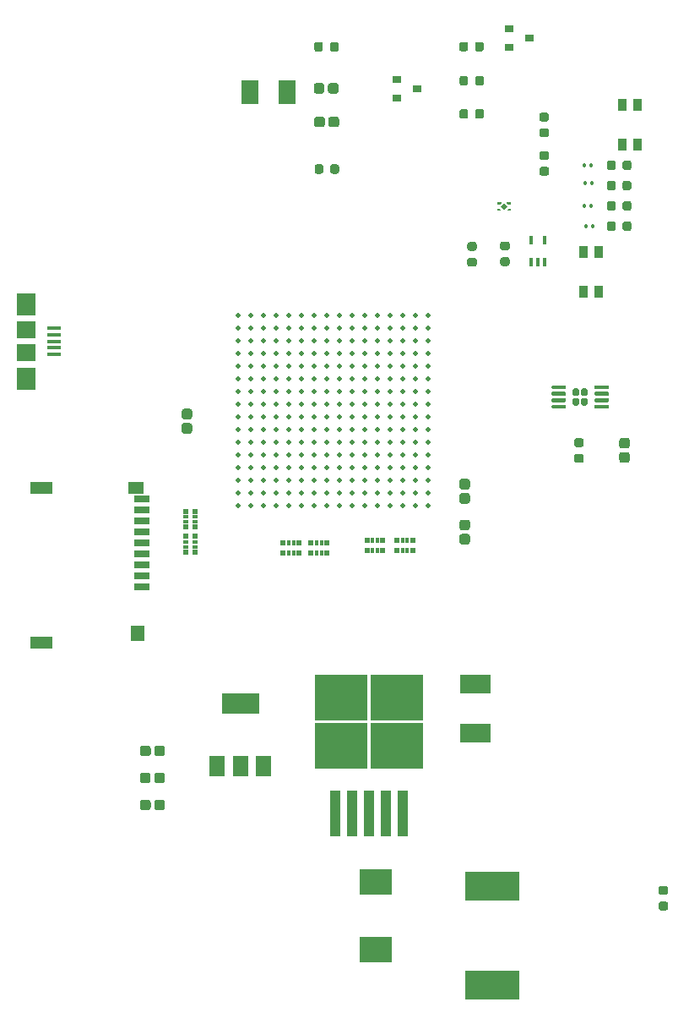
<source format=gbr>
%TF.GenerationSoftware,KiCad,Pcbnew,5.1.6-c6e7f7d~86~ubuntu18.04.1*%
%TF.CreationDate,2020-08-05T21:26:21-03:00*%
%TF.ProjectId,pcbproyecto,70636270-726f-4796-9563-746f2e6b6963,rev?*%
%TF.SameCoordinates,Original*%
%TF.FileFunction,Paste,Top*%
%TF.FilePolarity,Positive*%
%FSLAX46Y46*%
G04 Gerber Fmt 4.6, Leading zero omitted, Abs format (unit mm)*
G04 Created by KiCad (PCBNEW 5.1.6-c6e7f7d~86~ubuntu18.04.1) date 2020-08-05 21:26:21*
%MOMM*%
%LPD*%
G01*
G04 APERTURE LIST*
%ADD10R,0.899160X1.198880*%
%ADD11C,0.100000*%
%ADD12R,0.398780X0.899160*%
%ADD13R,1.399540X1.597660*%
%ADD14R,2.199640X1.198880*%
%ADD15R,1.597660X1.198880*%
%ADD16R,1.597660X0.698500*%
%ADD17R,0.497840X0.497840*%
%ADD18R,0.497840X0.299720*%
%ADD19R,1.400000X0.400000*%
%ADD20R,1.900000X2.300000*%
%ADD21R,1.900000X1.800000*%
%ADD22R,0.299720X0.497840*%
%ADD23R,5.250000X4.550000*%
%ADD24R,1.100000X4.600000*%
%ADD25R,1.500000X2.000000*%
%ADD26R,3.800000X2.000000*%
%ADD27C,0.497840*%
%ADD28R,0.900000X0.800000*%
%ADD29R,1.700000X2.400000*%
%ADD30R,3.300000X2.500000*%
%ADD31R,3.150000X1.960000*%
%ADD32R,5.400000X2.900000*%
G04 APERTURE END LIST*
D10*
%TO.C,RST1*%
X73926700Y-51528980D03*
X73926700Y-47531020D03*
X75425300Y-51528980D03*
X75425300Y-47531020D03*
%TD*%
%TO.C,R16*%
G36*
G01*
X77845500Y-45214250D02*
X77845500Y-44701750D01*
G75*
G02*
X78064250Y-44483000I218750J0D01*
G01*
X78501750Y-44483000D01*
G75*
G02*
X78720500Y-44701750I0J-218750D01*
G01*
X78720500Y-45214250D01*
G75*
G02*
X78501750Y-45433000I-218750J0D01*
G01*
X78064250Y-45433000D01*
G75*
G02*
X77845500Y-45214250I0J218750D01*
G01*
G37*
G36*
G01*
X76270500Y-45214250D02*
X76270500Y-44701750D01*
G75*
G02*
X76489250Y-44483000I218750J0D01*
G01*
X76926750Y-44483000D01*
G75*
G02*
X77145500Y-44701750I0J-218750D01*
G01*
X77145500Y-45214250D01*
G75*
G02*
X76926750Y-45433000I-218750J0D01*
G01*
X76489250Y-45433000D01*
G75*
G02*
X76270500Y-45214250I0J218750D01*
G01*
G37*
%TD*%
%TO.C,R15*%
G36*
G01*
X77845500Y-43182250D02*
X77845500Y-42669750D01*
G75*
G02*
X78064250Y-42451000I218750J0D01*
G01*
X78501750Y-42451000D01*
G75*
G02*
X78720500Y-42669750I0J-218750D01*
G01*
X78720500Y-43182250D01*
G75*
G02*
X78501750Y-43401000I-218750J0D01*
G01*
X78064250Y-43401000D01*
G75*
G02*
X77845500Y-43182250I0J218750D01*
G01*
G37*
G36*
G01*
X76270500Y-43182250D02*
X76270500Y-42669750D01*
G75*
G02*
X76489250Y-42451000I218750J0D01*
G01*
X76926750Y-42451000D01*
G75*
G02*
X77145500Y-42669750I0J-218750D01*
G01*
X77145500Y-43182250D01*
G75*
G02*
X76926750Y-43401000I-218750J0D01*
G01*
X76489250Y-43401000D01*
G75*
G02*
X76270500Y-43182250I0J218750D01*
G01*
G37*
%TD*%
%TO.C,R14*%
G36*
G01*
X77820000Y-41150250D02*
X77820000Y-40637750D01*
G75*
G02*
X78038750Y-40419000I218750J0D01*
G01*
X78476250Y-40419000D01*
G75*
G02*
X78695000Y-40637750I0J-218750D01*
G01*
X78695000Y-41150250D01*
G75*
G02*
X78476250Y-41369000I-218750J0D01*
G01*
X78038750Y-41369000D01*
G75*
G02*
X77820000Y-41150250I0J218750D01*
G01*
G37*
G36*
G01*
X76245000Y-41150250D02*
X76245000Y-40637750D01*
G75*
G02*
X76463750Y-40419000I218750J0D01*
G01*
X76901250Y-40419000D01*
G75*
G02*
X77120000Y-40637750I0J-218750D01*
G01*
X77120000Y-41150250D01*
G75*
G02*
X76901250Y-41369000I-218750J0D01*
G01*
X76463750Y-41369000D01*
G75*
G02*
X76245000Y-41150250I0J218750D01*
G01*
G37*
%TD*%
%TO.C,R13*%
G36*
G01*
X77845500Y-39118250D02*
X77845500Y-38605750D01*
G75*
G02*
X78064250Y-38387000I218750J0D01*
G01*
X78501750Y-38387000D01*
G75*
G02*
X78720500Y-38605750I0J-218750D01*
G01*
X78720500Y-39118250D01*
G75*
G02*
X78501750Y-39337000I-218750J0D01*
G01*
X78064250Y-39337000D01*
G75*
G02*
X77845500Y-39118250I0J218750D01*
G01*
G37*
G36*
G01*
X76270500Y-39118250D02*
X76270500Y-38605750D01*
G75*
G02*
X76489250Y-38387000I218750J0D01*
G01*
X76926750Y-38387000D01*
G75*
G02*
X77145500Y-38605750I0J-218750D01*
G01*
X77145500Y-39118250D01*
G75*
G02*
X76926750Y-39337000I-218750J0D01*
G01*
X76489250Y-39337000D01*
G75*
G02*
X76270500Y-39118250I0J218750D01*
G01*
G37*
%TD*%
%TO.C,D5*%
G36*
G01*
X74302000Y-44857500D02*
X74302000Y-45058500D01*
G75*
G02*
X74222500Y-45138000I-79500J0D01*
G01*
X74063500Y-45138000D01*
G75*
G02*
X73984000Y-45058500I0J79500D01*
G01*
X73984000Y-44857500D01*
G75*
G02*
X74063500Y-44778000I79500J0D01*
G01*
X74222500Y-44778000D01*
G75*
G02*
X74302000Y-44857500I0J-79500D01*
G01*
G37*
G36*
G01*
X74992000Y-44857500D02*
X74992000Y-45058500D01*
G75*
G02*
X74912500Y-45138000I-79500J0D01*
G01*
X74753500Y-45138000D01*
G75*
G02*
X74674000Y-45058500I0J79500D01*
G01*
X74674000Y-44857500D01*
G75*
G02*
X74753500Y-44778000I79500J0D01*
G01*
X74912500Y-44778000D01*
G75*
G02*
X74992000Y-44857500I0J-79500D01*
G01*
G37*
%TD*%
%TO.C,D4*%
G36*
G01*
X74170000Y-42825500D02*
X74170000Y-43026500D01*
G75*
G02*
X74090500Y-43106000I-79500J0D01*
G01*
X73931500Y-43106000D01*
G75*
G02*
X73852000Y-43026500I0J79500D01*
G01*
X73852000Y-42825500D01*
G75*
G02*
X73931500Y-42746000I79500J0D01*
G01*
X74090500Y-42746000D01*
G75*
G02*
X74170000Y-42825500I0J-79500D01*
G01*
G37*
G36*
G01*
X74860000Y-42825500D02*
X74860000Y-43026500D01*
G75*
G02*
X74780500Y-43106000I-79500J0D01*
G01*
X74621500Y-43106000D01*
G75*
G02*
X74542000Y-43026500I0J79500D01*
G01*
X74542000Y-42825500D01*
G75*
G02*
X74621500Y-42746000I79500J0D01*
G01*
X74780500Y-42746000D01*
G75*
G02*
X74860000Y-42825500I0J-79500D01*
G01*
G37*
%TD*%
%TO.C,D3*%
G36*
G01*
X74236000Y-40539500D02*
X74236000Y-40740500D01*
G75*
G02*
X74156500Y-40820000I-79500J0D01*
G01*
X73997500Y-40820000D01*
G75*
G02*
X73918000Y-40740500I0J79500D01*
G01*
X73918000Y-40539500D01*
G75*
G02*
X73997500Y-40460000I79500J0D01*
G01*
X74156500Y-40460000D01*
G75*
G02*
X74236000Y-40539500I0J-79500D01*
G01*
G37*
G36*
G01*
X74926000Y-40539500D02*
X74926000Y-40740500D01*
G75*
G02*
X74846500Y-40820000I-79500J0D01*
G01*
X74687500Y-40820000D01*
G75*
G02*
X74608000Y-40740500I0J79500D01*
G01*
X74608000Y-40539500D01*
G75*
G02*
X74687500Y-40460000I79500J0D01*
G01*
X74846500Y-40460000D01*
G75*
G02*
X74926000Y-40539500I0J-79500D01*
G01*
G37*
%TD*%
%TO.C,D2*%
G36*
G01*
X74170000Y-38761500D02*
X74170000Y-38962500D01*
G75*
G02*
X74090500Y-39042000I-79500J0D01*
G01*
X73931500Y-39042000D01*
G75*
G02*
X73852000Y-38962500I0J79500D01*
G01*
X73852000Y-38761500D01*
G75*
G02*
X73931500Y-38682000I79500J0D01*
G01*
X74090500Y-38682000D01*
G75*
G02*
X74170000Y-38761500I0J-79500D01*
G01*
G37*
G36*
G01*
X74860000Y-38761500D02*
X74860000Y-38962500D01*
G75*
G02*
X74780500Y-39042000I-79500J0D01*
G01*
X74621500Y-39042000D01*
G75*
G02*
X74542000Y-38962500I0J79500D01*
G01*
X74542000Y-38761500D01*
G75*
G02*
X74621500Y-38682000I79500J0D01*
G01*
X74780500Y-38682000D01*
G75*
G02*
X74860000Y-38761500I0J-79500D01*
G01*
G37*
%TD*%
D11*
%TO.C,U7*%
G36*
X65962000Y-43315198D02*
G01*
X65643802Y-42997000D01*
X65962000Y-42678802D01*
X66280198Y-42997000D01*
X65962000Y-43315198D01*
G37*
G36*
X65712000Y-43397000D02*
G01*
X65712000Y-43427000D01*
X65312000Y-43427000D01*
X65312000Y-43217000D01*
X65532000Y-43217000D01*
X65712000Y-43397000D01*
G37*
G36*
X66612000Y-43427000D02*
G01*
X66212000Y-43427000D01*
X66212000Y-43397000D01*
X66392000Y-43217000D01*
X66612000Y-43217000D01*
X66612000Y-43427000D01*
G37*
G36*
X66612000Y-42777000D02*
G01*
X66392000Y-42777000D01*
X66212000Y-42597000D01*
X66212000Y-42567000D01*
X66612000Y-42567000D01*
X66612000Y-42777000D01*
G37*
G36*
X65712000Y-42597000D02*
G01*
X65532000Y-42777000D01*
X65312000Y-42777000D01*
X65312000Y-42567000D01*
X65712000Y-42567000D01*
X65712000Y-42597000D01*
G37*
%TD*%
%TO.C,R12*%
G36*
G01*
X66296250Y-47376500D02*
X65783750Y-47376500D01*
G75*
G02*
X65565000Y-47157750I0J218750D01*
G01*
X65565000Y-46720250D01*
G75*
G02*
X65783750Y-46501500I218750J0D01*
G01*
X66296250Y-46501500D01*
G75*
G02*
X66515000Y-46720250I0J-218750D01*
G01*
X66515000Y-47157750D01*
G75*
G02*
X66296250Y-47376500I-218750J0D01*
G01*
G37*
G36*
G01*
X66296250Y-48951500D02*
X65783750Y-48951500D01*
G75*
G02*
X65565000Y-48732750I0J218750D01*
G01*
X65565000Y-48295250D01*
G75*
G02*
X65783750Y-48076500I218750J0D01*
G01*
X66296250Y-48076500D01*
G75*
G02*
X66515000Y-48295250I0J-218750D01*
G01*
X66515000Y-48732750D01*
G75*
G02*
X66296250Y-48951500I-218750J0D01*
G01*
G37*
%TD*%
%TO.C,R11*%
G36*
G01*
X62994250Y-47427500D02*
X62481750Y-47427500D01*
G75*
G02*
X62263000Y-47208750I0J218750D01*
G01*
X62263000Y-46771250D01*
G75*
G02*
X62481750Y-46552500I218750J0D01*
G01*
X62994250Y-46552500D01*
G75*
G02*
X63213000Y-46771250I0J-218750D01*
G01*
X63213000Y-47208750D01*
G75*
G02*
X62994250Y-47427500I-218750J0D01*
G01*
G37*
G36*
G01*
X62994250Y-49002500D02*
X62481750Y-49002500D01*
G75*
G02*
X62263000Y-48783750I0J218750D01*
G01*
X62263000Y-48346250D01*
G75*
G02*
X62481750Y-48127500I218750J0D01*
G01*
X62994250Y-48127500D01*
G75*
G02*
X63213000Y-48346250I0J-218750D01*
G01*
X63213000Y-48783750D01*
G75*
G02*
X62994250Y-49002500I-218750J0D01*
G01*
G37*
%TD*%
D12*
%TO.C,IC1*%
X68694300Y-46398180D03*
X69989700Y-46398180D03*
X69989700Y-48597820D03*
X69342000Y-48597820D03*
X68694300Y-48597820D03*
%TD*%
%TO.C,U6*%
G36*
G01*
X73510000Y-61380000D02*
X73510000Y-61800000D01*
G75*
G02*
X73340000Y-61970000I-170000J0D01*
G01*
X73000000Y-61970000D01*
G75*
G02*
X72830000Y-61800000I0J170000D01*
G01*
X72830000Y-61380000D01*
G75*
G02*
X73000000Y-61210000I170000J0D01*
G01*
X73340000Y-61210000D01*
G75*
G02*
X73510000Y-61380000I0J-170000D01*
G01*
G37*
G36*
G01*
X73510000Y-62320000D02*
X73510000Y-62740000D01*
G75*
G02*
X73340000Y-62910000I-170000J0D01*
G01*
X73000000Y-62910000D01*
G75*
G02*
X72830000Y-62740000I0J170000D01*
G01*
X72830000Y-62320000D01*
G75*
G02*
X73000000Y-62150000I170000J0D01*
G01*
X73340000Y-62150000D01*
G75*
G02*
X73510000Y-62320000I0J-170000D01*
G01*
G37*
G36*
G01*
X74350000Y-61380000D02*
X74350000Y-61800000D01*
G75*
G02*
X74180000Y-61970000I-170000J0D01*
G01*
X73840000Y-61970000D01*
G75*
G02*
X73670000Y-61800000I0J170000D01*
G01*
X73670000Y-61380000D01*
G75*
G02*
X73840000Y-61210000I170000J0D01*
G01*
X74180000Y-61210000D01*
G75*
G02*
X74350000Y-61380000I0J-170000D01*
G01*
G37*
G36*
G01*
X74350000Y-62320000D02*
X74350000Y-62740000D01*
G75*
G02*
X74180000Y-62910000I-170000J0D01*
G01*
X73840000Y-62910000D01*
G75*
G02*
X73670000Y-62740000I0J170000D01*
G01*
X73670000Y-62320000D01*
G75*
G02*
X73840000Y-62150000I170000J0D01*
G01*
X74180000Y-62150000D01*
G75*
G02*
X74350000Y-62320000I0J-170000D01*
G01*
G37*
G36*
G01*
X72165000Y-62935000D02*
X72165000Y-63135000D01*
G75*
G02*
X72065000Y-63235000I-100000J0D01*
G01*
X70815000Y-63235000D01*
G75*
G02*
X70715000Y-63135000I0J100000D01*
G01*
X70715000Y-62935000D01*
G75*
G02*
X70815000Y-62835000I100000J0D01*
G01*
X72065000Y-62835000D01*
G75*
G02*
X72165000Y-62935000I0J-100000D01*
G01*
G37*
G36*
G01*
X72165000Y-62285000D02*
X72165000Y-62485000D01*
G75*
G02*
X72065000Y-62585000I-100000J0D01*
G01*
X70815000Y-62585000D01*
G75*
G02*
X70715000Y-62485000I0J100000D01*
G01*
X70715000Y-62285000D01*
G75*
G02*
X70815000Y-62185000I100000J0D01*
G01*
X72065000Y-62185000D01*
G75*
G02*
X72165000Y-62285000I0J-100000D01*
G01*
G37*
G36*
G01*
X72165000Y-61635000D02*
X72165000Y-61835000D01*
G75*
G02*
X72065000Y-61935000I-100000J0D01*
G01*
X70815000Y-61935000D01*
G75*
G02*
X70715000Y-61835000I0J100000D01*
G01*
X70715000Y-61635000D01*
G75*
G02*
X70815000Y-61535000I100000J0D01*
G01*
X72065000Y-61535000D01*
G75*
G02*
X72165000Y-61635000I0J-100000D01*
G01*
G37*
G36*
G01*
X72165000Y-60985000D02*
X72165000Y-61185000D01*
G75*
G02*
X72065000Y-61285000I-100000J0D01*
G01*
X70815000Y-61285000D01*
G75*
G02*
X70715000Y-61185000I0J100000D01*
G01*
X70715000Y-60985000D01*
G75*
G02*
X70815000Y-60885000I100000J0D01*
G01*
X72065000Y-60885000D01*
G75*
G02*
X72165000Y-60985000I0J-100000D01*
G01*
G37*
G36*
G01*
X76465000Y-60985000D02*
X76465000Y-61185000D01*
G75*
G02*
X76365000Y-61285000I-100000J0D01*
G01*
X75115000Y-61285000D01*
G75*
G02*
X75015000Y-61185000I0J100000D01*
G01*
X75015000Y-60985000D01*
G75*
G02*
X75115000Y-60885000I100000J0D01*
G01*
X76365000Y-60885000D01*
G75*
G02*
X76465000Y-60985000I0J-100000D01*
G01*
G37*
G36*
G01*
X76465000Y-61635000D02*
X76465000Y-61835000D01*
G75*
G02*
X76365000Y-61935000I-100000J0D01*
G01*
X75115000Y-61935000D01*
G75*
G02*
X75015000Y-61835000I0J100000D01*
G01*
X75015000Y-61635000D01*
G75*
G02*
X75115000Y-61535000I100000J0D01*
G01*
X76365000Y-61535000D01*
G75*
G02*
X76465000Y-61635000I0J-100000D01*
G01*
G37*
G36*
G01*
X76465000Y-62285000D02*
X76465000Y-62485000D01*
G75*
G02*
X76365000Y-62585000I-100000J0D01*
G01*
X75115000Y-62585000D01*
G75*
G02*
X75015000Y-62485000I0J100000D01*
G01*
X75015000Y-62285000D01*
G75*
G02*
X75115000Y-62185000I100000J0D01*
G01*
X76365000Y-62185000D01*
G75*
G02*
X76465000Y-62285000I0J-100000D01*
G01*
G37*
G36*
G01*
X76465000Y-62935000D02*
X76465000Y-63135000D01*
G75*
G02*
X76365000Y-63235000I-100000J0D01*
G01*
X75115000Y-63235000D01*
G75*
G02*
X75015000Y-63135000I0J100000D01*
G01*
X75015000Y-62935000D01*
G75*
G02*
X75115000Y-62835000I100000J0D01*
G01*
X76365000Y-62835000D01*
G75*
G02*
X76465000Y-62935000I0J-100000D01*
G01*
G37*
%TD*%
%TO.C,R10*%
G36*
G01*
X73203750Y-67770000D02*
X73716250Y-67770000D01*
G75*
G02*
X73935000Y-67988750I0J-218750D01*
G01*
X73935000Y-68426250D01*
G75*
G02*
X73716250Y-68645000I-218750J0D01*
G01*
X73203750Y-68645000D01*
G75*
G02*
X72985000Y-68426250I0J218750D01*
G01*
X72985000Y-67988750D01*
G75*
G02*
X73203750Y-67770000I218750J0D01*
G01*
G37*
G36*
G01*
X73203750Y-66195000D02*
X73716250Y-66195000D01*
G75*
G02*
X73935000Y-66413750I0J-218750D01*
G01*
X73935000Y-66851250D01*
G75*
G02*
X73716250Y-67070000I-218750J0D01*
G01*
X73203750Y-67070000D01*
G75*
G02*
X72985000Y-66851250I0J218750D01*
G01*
X72985000Y-66413750D01*
G75*
G02*
X73203750Y-66195000I218750J0D01*
G01*
G37*
%TD*%
%TO.C,C10*%
G36*
G01*
X77754999Y-67575000D02*
X78305001Y-67575000D01*
G75*
G02*
X78555000Y-67824999I0J-249999D01*
G01*
X78555000Y-68400001D01*
G75*
G02*
X78305001Y-68650000I-249999J0D01*
G01*
X77754999Y-68650000D01*
G75*
G02*
X77505000Y-68400001I0J249999D01*
G01*
X77505000Y-67824999D01*
G75*
G02*
X77754999Y-67575000I249999J0D01*
G01*
G37*
G36*
G01*
X77754999Y-66150000D02*
X78305001Y-66150000D01*
G75*
G02*
X78555000Y-66399999I0J-249999D01*
G01*
X78555000Y-66975001D01*
G75*
G02*
X78305001Y-67225000I-249999J0D01*
G01*
X77754999Y-67225000D01*
G75*
G02*
X77505000Y-66975001I0J249999D01*
G01*
X77505000Y-66399999D01*
G75*
G02*
X77754999Y-66150000I249999J0D01*
G01*
G37*
%TD*%
D13*
%TO.C,U5*%
X29168551Y-85745620D03*
D14*
X19567351Y-86647320D03*
X19567351Y-71148240D03*
D15*
X29066951Y-71138080D03*
D16*
X29666391Y-72298860D03*
X29666391Y-73398680D03*
X29666391Y-74498500D03*
X29666391Y-75598320D03*
X29666391Y-76698140D03*
X29666391Y-77797960D03*
X29666391Y-78897780D03*
X29666391Y-79997600D03*
X29666391Y-81097420D03*
%TD*%
D17*
%TO.C,RN2*%
X34000000Y-75100200D03*
D18*
X34000000Y-74549020D03*
X34000000Y-74051180D03*
D17*
X34000000Y-73500000D03*
X34995680Y-73500000D03*
D18*
X34995680Y-74051180D03*
X34995680Y-74549020D03*
D17*
X34995680Y-75100200D03*
%TD*%
%TO.C,RN1*%
X34000000Y-77600200D03*
D18*
X34000000Y-77049020D03*
X34000000Y-76551180D03*
D17*
X34000000Y-76000000D03*
X34995680Y-76000000D03*
D18*
X34995680Y-76551180D03*
X34995680Y-77049020D03*
D17*
X34995680Y-77600200D03*
%TD*%
%TO.C,C9*%
G36*
G01*
X61724999Y-75765000D02*
X62275001Y-75765000D01*
G75*
G02*
X62525000Y-76014999I0J-249999D01*
G01*
X62525000Y-76590001D01*
G75*
G02*
X62275001Y-76840000I-249999J0D01*
G01*
X61724999Y-76840000D01*
G75*
G02*
X61475000Y-76590001I0J249999D01*
G01*
X61475000Y-76014999D01*
G75*
G02*
X61724999Y-75765000I249999J0D01*
G01*
G37*
G36*
G01*
X61724999Y-74340000D02*
X62275001Y-74340000D01*
G75*
G02*
X62525000Y-74589999I0J-249999D01*
G01*
X62525000Y-75165001D01*
G75*
G02*
X62275001Y-75415000I-249999J0D01*
G01*
X61724999Y-75415000D01*
G75*
G02*
X61475000Y-75165001I0J249999D01*
G01*
X61475000Y-74589999D01*
G75*
G02*
X61724999Y-74340000I249999J0D01*
G01*
G37*
%TD*%
%TO.C,C8*%
G36*
G01*
X61724999Y-71675000D02*
X62275001Y-71675000D01*
G75*
G02*
X62525000Y-71924999I0J-249999D01*
G01*
X62525000Y-72500001D01*
G75*
G02*
X62275001Y-72750000I-249999J0D01*
G01*
X61724999Y-72750000D01*
G75*
G02*
X61475000Y-72500001I0J249999D01*
G01*
X61475000Y-71924999D01*
G75*
G02*
X61724999Y-71675000I249999J0D01*
G01*
G37*
G36*
G01*
X61724999Y-70250000D02*
X62275001Y-70250000D01*
G75*
G02*
X62525000Y-70499999I0J-249999D01*
G01*
X62525000Y-71075001D01*
G75*
G02*
X62275001Y-71325000I-249999J0D01*
G01*
X61724999Y-71325000D01*
G75*
G02*
X61475000Y-71075001I0J249999D01*
G01*
X61475000Y-70499999D01*
G75*
G02*
X61724999Y-70250000I249999J0D01*
G01*
G37*
%TD*%
D19*
%TO.C,J5*%
X20850000Y-55200000D03*
X20850000Y-55850000D03*
X20850000Y-56500000D03*
X20850000Y-57150000D03*
X20850000Y-57800000D03*
D20*
X18000000Y-52750000D03*
X18000000Y-60250000D03*
D21*
X18000000Y-55350000D03*
X18000000Y-57650000D03*
%TD*%
%TO.C,C5*%
G36*
G01*
X30875000Y-103187501D02*
X30875000Y-102637499D01*
G75*
G02*
X31124999Y-102387500I249999J0D01*
G01*
X31700001Y-102387500D01*
G75*
G02*
X31950000Y-102637499I0J-249999D01*
G01*
X31950000Y-103187501D01*
G75*
G02*
X31700001Y-103437500I-249999J0D01*
G01*
X31124999Y-103437500D01*
G75*
G02*
X30875000Y-103187501I0J249999D01*
G01*
G37*
G36*
G01*
X29450000Y-103187501D02*
X29450000Y-102637499D01*
G75*
G02*
X29699999Y-102387500I249999J0D01*
G01*
X30275001Y-102387500D01*
G75*
G02*
X30525000Y-102637499I0J-249999D01*
G01*
X30525000Y-103187501D01*
G75*
G02*
X30275001Y-103437500I-249999J0D01*
G01*
X29699999Y-103437500D01*
G75*
G02*
X29450000Y-103187501I0J249999D01*
G01*
G37*
%TD*%
%TO.C,C6*%
G36*
G01*
X30862500Y-100475001D02*
X30862500Y-99924999D01*
G75*
G02*
X31112499Y-99675000I249999J0D01*
G01*
X31687501Y-99675000D01*
G75*
G02*
X31937500Y-99924999I0J-249999D01*
G01*
X31937500Y-100475001D01*
G75*
G02*
X31687501Y-100725000I-249999J0D01*
G01*
X31112499Y-100725000D01*
G75*
G02*
X30862500Y-100475001I0J249999D01*
G01*
G37*
G36*
G01*
X29437500Y-100475001D02*
X29437500Y-99924999D01*
G75*
G02*
X29687499Y-99675000I249999J0D01*
G01*
X30262501Y-99675000D01*
G75*
G02*
X30512500Y-99924999I0J-249999D01*
G01*
X30512500Y-100475001D01*
G75*
G02*
X30262501Y-100725000I-249999J0D01*
G01*
X29687499Y-100725000D01*
G75*
G02*
X29437500Y-100475001I0J249999D01*
G01*
G37*
%TD*%
%TO.C,C7*%
G36*
G01*
X30875000Y-97775001D02*
X30875000Y-97224999D01*
G75*
G02*
X31124999Y-96975000I249999J0D01*
G01*
X31700001Y-96975000D01*
G75*
G02*
X31950000Y-97224999I0J-249999D01*
G01*
X31950000Y-97775001D01*
G75*
G02*
X31700001Y-98025000I-249999J0D01*
G01*
X31124999Y-98025000D01*
G75*
G02*
X30875000Y-97775001I0J249999D01*
G01*
G37*
G36*
G01*
X29450000Y-97775001D02*
X29450000Y-97224999D01*
G75*
G02*
X29699999Y-96975000I249999J0D01*
G01*
X30275001Y-96975000D01*
G75*
G02*
X30525000Y-97224999I0J-249999D01*
G01*
X30525000Y-97775001D01*
G75*
G02*
X30275001Y-98025000I-249999J0D01*
G01*
X29699999Y-98025000D01*
G75*
G02*
X29450000Y-97775001I0J249999D01*
G01*
G37*
%TD*%
D17*
%TO.C,R9*%
X43799800Y-76700000D03*
D22*
X44350980Y-76700000D03*
X44848820Y-76700000D03*
D17*
X45400000Y-76700000D03*
X45400000Y-77695680D03*
D22*
X44848820Y-77695680D03*
X44350980Y-77695680D03*
D17*
X43799800Y-77695680D03*
%TD*%
%TO.C,R8*%
X46599900Y-76700000D03*
D22*
X47151080Y-76700000D03*
X47648920Y-76700000D03*
D17*
X48200100Y-76700000D03*
X48200100Y-77695680D03*
D22*
X47648920Y-77695680D03*
X47151080Y-77695680D03*
D17*
X46599900Y-77695680D03*
%TD*%
%TO.C,R7*%
X52199800Y-76404320D03*
D22*
X52750980Y-76404320D03*
X53248820Y-76404320D03*
D17*
X53800000Y-76404320D03*
X53800000Y-77400000D03*
D22*
X53248820Y-77400000D03*
X52750980Y-77400000D03*
D17*
X52199800Y-77400000D03*
%TD*%
%TO.C,R6*%
X55199800Y-76400000D03*
D22*
X55750980Y-76400000D03*
X56248820Y-76400000D03*
D17*
X56800000Y-76400000D03*
X56800000Y-77395680D03*
D22*
X56248820Y-77395680D03*
X55750980Y-77395680D03*
D17*
X55199800Y-77395680D03*
%TD*%
%TO.C,R5*%
G36*
G01*
X47826000Y-38979750D02*
X47826000Y-39492250D01*
G75*
G02*
X47607250Y-39711000I-218750J0D01*
G01*
X47169750Y-39711000D01*
G75*
G02*
X46951000Y-39492250I0J218750D01*
G01*
X46951000Y-38979750D01*
G75*
G02*
X47169750Y-38761000I218750J0D01*
G01*
X47607250Y-38761000D01*
G75*
G02*
X47826000Y-38979750I0J-218750D01*
G01*
G37*
G36*
G01*
X49401000Y-38979750D02*
X49401000Y-39492250D01*
G75*
G02*
X49182250Y-39711000I-218750J0D01*
G01*
X48744750Y-39711000D01*
G75*
G02*
X48526000Y-39492250I0J218750D01*
G01*
X48526000Y-38979750D01*
G75*
G02*
X48744750Y-38761000I218750J0D01*
G01*
X49182250Y-38761000D01*
G75*
G02*
X49401000Y-38979750I0J-218750D01*
G01*
G37*
%TD*%
%TO.C,C4*%
G36*
G01*
X34425001Y-64312500D02*
X33874999Y-64312500D01*
G75*
G02*
X33625000Y-64062501I0J249999D01*
G01*
X33625000Y-63487499D01*
G75*
G02*
X33874999Y-63237500I249999J0D01*
G01*
X34425001Y-63237500D01*
G75*
G02*
X34675000Y-63487499I0J-249999D01*
G01*
X34675000Y-64062501D01*
G75*
G02*
X34425001Y-64312500I-249999J0D01*
G01*
G37*
G36*
G01*
X34425001Y-65737500D02*
X33874999Y-65737500D01*
G75*
G02*
X33625000Y-65487501I0J249999D01*
G01*
X33625000Y-64912499D01*
G75*
G02*
X33874999Y-64662500I249999J0D01*
G01*
X34425001Y-64662500D01*
G75*
G02*
X34675000Y-64912499I0J-249999D01*
G01*
X34675000Y-65487501D01*
G75*
G02*
X34425001Y-65737500I-249999J0D01*
G01*
G37*
%TD*%
D23*
%TO.C,U4*%
X55200000Y-97000000D03*
X49650000Y-92150000D03*
X49650000Y-97000000D03*
X55200000Y-92150000D03*
D24*
X55825000Y-103725000D03*
X54125000Y-103725000D03*
X52425000Y-103725000D03*
X50725000Y-103725000D03*
X49025000Y-103725000D03*
%TD*%
D25*
%TO.C,U3*%
X37200000Y-99050000D03*
X41800000Y-99050000D03*
X39500000Y-99050000D03*
D26*
X39500000Y-92750000D03*
%TD*%
D27*
%TO.C,U2*%
X58322460Y-53877540D03*
X58322460Y-55147540D03*
X58322460Y-56417540D03*
X58322460Y-57687540D03*
X58322460Y-58957540D03*
X58322460Y-60227540D03*
X58322460Y-61497540D03*
X58322460Y-62767540D03*
X58322460Y-64035000D03*
X58322460Y-65305000D03*
X58322460Y-66575000D03*
X58322460Y-67845000D03*
X58322460Y-69115000D03*
X58322460Y-70385000D03*
X58322460Y-71655000D03*
X58322460Y-72925000D03*
X57052460Y-53877540D03*
X57052460Y-55147540D03*
X57052460Y-56417540D03*
X57052460Y-57687540D03*
X57052460Y-58957540D03*
X57052460Y-60227540D03*
X57052460Y-61497540D03*
X57052460Y-62767540D03*
X57052460Y-64035000D03*
X57052460Y-65305000D03*
X57052460Y-66575000D03*
X57052460Y-67845000D03*
X57052460Y-69115000D03*
X57052460Y-70385000D03*
X57052460Y-71655000D03*
X57052460Y-72925000D03*
X55782460Y-53877540D03*
X55782460Y-55147540D03*
X55782460Y-56417540D03*
X55782460Y-57687540D03*
X55782460Y-58957540D03*
X55782460Y-60227540D03*
X55782460Y-61497540D03*
X55782460Y-62767540D03*
X55782460Y-64035000D03*
X55782460Y-65305000D03*
X55782460Y-66575000D03*
X55782460Y-67845000D03*
X55782460Y-69115000D03*
X55782460Y-70385000D03*
X55782460Y-71655000D03*
X55782460Y-72925000D03*
X54512460Y-53877540D03*
X54512460Y-55147540D03*
X54512460Y-56417540D03*
X54512460Y-57687540D03*
X54512460Y-58957540D03*
X54512460Y-60227540D03*
X54512460Y-61497540D03*
X54512460Y-62767540D03*
X54512460Y-64035000D03*
X54512460Y-65305000D03*
X54512460Y-66575000D03*
X54512460Y-67845000D03*
X54512460Y-69115000D03*
X54512460Y-70385000D03*
X54512460Y-71655000D03*
X54512460Y-72925000D03*
X53242460Y-53877540D03*
X53242460Y-55147540D03*
X53242460Y-56417540D03*
X53242460Y-57687540D03*
X53242460Y-58957540D03*
X53242460Y-60227540D03*
X53242460Y-61497540D03*
X53242460Y-62767540D03*
X53242460Y-64035000D03*
X53242460Y-65305000D03*
X53242460Y-66575000D03*
X53242460Y-67845000D03*
X53242460Y-69115000D03*
X53242460Y-70385000D03*
X53242460Y-71655000D03*
X53242460Y-72925000D03*
X51972460Y-53877540D03*
X51972460Y-55147540D03*
X51972460Y-56417540D03*
X51972460Y-57687540D03*
X51972460Y-58957540D03*
X51972460Y-60227540D03*
X51972460Y-61497540D03*
X51972460Y-62767540D03*
X51972460Y-64035000D03*
X51972460Y-65305000D03*
X51972460Y-66575000D03*
X51972460Y-67845000D03*
X51972460Y-69115000D03*
X51972460Y-70385000D03*
X51972460Y-71655000D03*
X51972460Y-72925000D03*
X50702460Y-53877540D03*
X50702460Y-55147540D03*
X50702460Y-56417540D03*
X50702460Y-57687540D03*
X50702460Y-58957540D03*
X50702460Y-60227540D03*
X50702460Y-61497540D03*
X50702460Y-62767540D03*
X50702460Y-64035000D03*
X50702460Y-65305000D03*
X50702460Y-66575000D03*
X50702460Y-67845000D03*
X50702460Y-69115000D03*
X50702460Y-70385000D03*
X50702460Y-71655000D03*
X50702460Y-72925000D03*
X49432460Y-53877540D03*
X49432460Y-55147540D03*
X49432460Y-56417540D03*
X49432460Y-57687540D03*
X49432460Y-58957540D03*
X49432460Y-60227540D03*
X49432460Y-61497540D03*
X49432460Y-62767540D03*
X49432460Y-64035000D03*
X49432460Y-65305000D03*
X49432460Y-66575000D03*
X49432460Y-67845000D03*
X49432460Y-69115000D03*
X49432460Y-70385000D03*
X49432460Y-71655000D03*
X49432460Y-72925000D03*
X48165000Y-53877540D03*
X48165000Y-55147540D03*
X48165000Y-56417540D03*
X48165000Y-57687540D03*
X48165000Y-58957540D03*
X48165000Y-60227540D03*
X48165000Y-61497540D03*
X48165000Y-62767540D03*
X48165000Y-64035000D03*
X48165000Y-65305000D03*
X48165000Y-66575000D03*
X48165000Y-67845000D03*
X48165000Y-69115000D03*
X48165000Y-70385000D03*
X48165000Y-71655000D03*
X48165000Y-72925000D03*
X46895000Y-53877540D03*
X46895000Y-55147540D03*
X46895000Y-56417540D03*
X46895000Y-57687540D03*
X46895000Y-58957540D03*
X46895000Y-60227540D03*
X46895000Y-61497540D03*
X46895000Y-62767540D03*
X46895000Y-64035000D03*
X46895000Y-65305000D03*
X46895000Y-66575000D03*
X46895000Y-67845000D03*
X46895000Y-69115000D03*
X46895000Y-70385000D03*
X46895000Y-71655000D03*
X46895000Y-72925000D03*
X45625000Y-53877540D03*
X45625000Y-55147540D03*
X45625000Y-56417540D03*
X45625000Y-57687540D03*
X45625000Y-58957540D03*
X45625000Y-60227540D03*
X45625000Y-61497540D03*
X45625000Y-62767540D03*
X45625000Y-64035000D03*
X45625000Y-65305000D03*
X45625000Y-66575000D03*
X45625000Y-67845000D03*
X45625000Y-69115000D03*
X45625000Y-70385000D03*
X45625000Y-71655000D03*
X45625000Y-72925000D03*
X44355000Y-53877540D03*
X44355000Y-55147540D03*
X44355000Y-56417540D03*
X44355000Y-57687540D03*
X44355000Y-58957540D03*
X44355000Y-60227540D03*
X44355000Y-61497540D03*
X44355000Y-62767540D03*
X44355000Y-64035000D03*
X44355000Y-65305000D03*
X44355000Y-66575000D03*
X44355000Y-67845000D03*
X44355000Y-69115000D03*
X44355000Y-70385000D03*
X44355000Y-71655000D03*
X44355000Y-72925000D03*
X43085000Y-53877540D03*
X43085000Y-55147540D03*
X43085000Y-56417540D03*
X43085000Y-57687540D03*
X43085000Y-58957540D03*
X43085000Y-60227540D03*
X43085000Y-61497540D03*
X43085000Y-62767540D03*
X43085000Y-64035000D03*
X43085000Y-65305000D03*
X43085000Y-66575000D03*
X43085000Y-67845000D03*
X43085000Y-69115000D03*
X43085000Y-70385000D03*
X43085000Y-71655000D03*
X43085000Y-72925000D03*
X41815000Y-53877540D03*
X41815000Y-55147540D03*
X41815000Y-56417540D03*
X41815000Y-57687540D03*
X41815000Y-58957540D03*
X41815000Y-60227540D03*
X41815000Y-61497540D03*
X41815000Y-62767540D03*
X41815000Y-64035000D03*
X41815000Y-65305000D03*
X41815000Y-66575000D03*
X41815000Y-67845000D03*
X41815000Y-69115000D03*
X41815000Y-70385000D03*
X41815000Y-71655000D03*
X41815000Y-72925000D03*
X40545000Y-53877540D03*
X40545000Y-55147540D03*
X40545000Y-56417540D03*
X40545000Y-57687540D03*
X40545000Y-58957540D03*
X40545000Y-60227540D03*
X40545000Y-61497540D03*
X40545000Y-62767540D03*
X40545000Y-64035000D03*
X40545000Y-65305000D03*
X40545000Y-66575000D03*
X40545000Y-67845000D03*
X40545000Y-69115000D03*
X40545000Y-70385000D03*
X40545000Y-71655000D03*
X40545000Y-72925000D03*
X39275000Y-53877540D03*
X39275000Y-55147540D03*
X39275000Y-56417540D03*
X39275000Y-57687540D03*
X39275000Y-58957540D03*
X39275000Y-60227540D03*
X39275000Y-61497540D03*
X39275000Y-62767540D03*
X39275000Y-64035000D03*
X39275000Y-65305000D03*
X39275000Y-66575000D03*
X39275000Y-67845000D03*
X39275000Y-69115000D03*
X39275000Y-70385000D03*
X39275000Y-71655000D03*
X39275000Y-72925000D03*
%TD*%
D28*
%TO.C,U1*%
X57200000Y-31200000D03*
X55200000Y-32150000D03*
X55200000Y-30250000D03*
%TD*%
%TO.C,R23*%
G36*
G01*
X47781500Y-26743750D02*
X47781500Y-27256250D01*
G75*
G02*
X47562750Y-27475000I-218750J0D01*
G01*
X47125250Y-27475000D01*
G75*
G02*
X46906500Y-27256250I0J218750D01*
G01*
X46906500Y-26743750D01*
G75*
G02*
X47125250Y-26525000I218750J0D01*
G01*
X47562750Y-26525000D01*
G75*
G02*
X47781500Y-26743750I0J-218750D01*
G01*
G37*
G36*
G01*
X49356500Y-26743750D02*
X49356500Y-27256250D01*
G75*
G02*
X49137750Y-27475000I-218750J0D01*
G01*
X48700250Y-27475000D01*
G75*
G02*
X48481500Y-27256250I0J218750D01*
G01*
X48481500Y-26743750D01*
G75*
G02*
X48700250Y-26525000I218750J0D01*
G01*
X49137750Y-26525000D01*
G75*
G02*
X49356500Y-26743750I0J-218750D01*
G01*
G37*
%TD*%
D29*
%TO.C,Q2*%
X44205000Y-31530000D03*
X40505000Y-31530000D03*
%TD*%
%TO.C,C3*%
G36*
G01*
X47934000Y-30884999D02*
X47934000Y-31435001D01*
G75*
G02*
X47684001Y-31685000I-249999J0D01*
G01*
X47108999Y-31685000D01*
G75*
G02*
X46859000Y-31435001I0J249999D01*
G01*
X46859000Y-30884999D01*
G75*
G02*
X47108999Y-30635000I249999J0D01*
G01*
X47684001Y-30635000D01*
G75*
G02*
X47934000Y-30884999I0J-249999D01*
G01*
G37*
G36*
G01*
X49359000Y-30884999D02*
X49359000Y-31435001D01*
G75*
G02*
X49109001Y-31685000I-249999J0D01*
G01*
X48533999Y-31685000D01*
G75*
G02*
X48284000Y-31435001I0J249999D01*
G01*
X48284000Y-30884999D01*
G75*
G02*
X48533999Y-30635000I249999J0D01*
G01*
X49109001Y-30635000D01*
G75*
G02*
X49359000Y-30884999I0J-249999D01*
G01*
G37*
%TD*%
%TO.C,C2*%
G36*
G01*
X47979000Y-34242999D02*
X47979000Y-34793001D01*
G75*
G02*
X47729001Y-35043000I-249999J0D01*
G01*
X47153999Y-35043000D01*
G75*
G02*
X46904000Y-34793001I0J249999D01*
G01*
X46904000Y-34242999D01*
G75*
G02*
X47153999Y-33993000I249999J0D01*
G01*
X47729001Y-33993000D01*
G75*
G02*
X47979000Y-34242999I0J-249999D01*
G01*
G37*
G36*
G01*
X49404000Y-34242999D02*
X49404000Y-34793001D01*
G75*
G02*
X49154001Y-35043000I-249999J0D01*
G01*
X48578999Y-35043000D01*
G75*
G02*
X48329000Y-34793001I0J249999D01*
G01*
X48329000Y-34242999D01*
G75*
G02*
X48578999Y-33993000I249999J0D01*
G01*
X49154001Y-33993000D01*
G75*
G02*
X49404000Y-34242999I0J-249999D01*
G01*
G37*
%TD*%
%TO.C,R3*%
G36*
G01*
X63050000Y-30656250D02*
X63050000Y-30143750D01*
G75*
G02*
X63268750Y-29925000I218750J0D01*
G01*
X63706250Y-29925000D01*
G75*
G02*
X63925000Y-30143750I0J-218750D01*
G01*
X63925000Y-30656250D01*
G75*
G02*
X63706250Y-30875000I-218750J0D01*
G01*
X63268750Y-30875000D01*
G75*
G02*
X63050000Y-30656250I0J218750D01*
G01*
G37*
G36*
G01*
X61475000Y-30656250D02*
X61475000Y-30143750D01*
G75*
G02*
X61693750Y-29925000I218750J0D01*
G01*
X62131250Y-29925000D01*
G75*
G02*
X62350000Y-30143750I0J-218750D01*
G01*
X62350000Y-30656250D01*
G75*
G02*
X62131250Y-30875000I-218750J0D01*
G01*
X61693750Y-30875000D01*
G75*
G02*
X61475000Y-30656250I0J218750D01*
G01*
G37*
%TD*%
%TO.C,R4*%
G36*
G01*
X63030000Y-27236250D02*
X63030000Y-26723750D01*
G75*
G02*
X63248750Y-26505000I218750J0D01*
G01*
X63686250Y-26505000D01*
G75*
G02*
X63905000Y-26723750I0J-218750D01*
G01*
X63905000Y-27236250D01*
G75*
G02*
X63686250Y-27455000I-218750J0D01*
G01*
X63248750Y-27455000D01*
G75*
G02*
X63030000Y-27236250I0J218750D01*
G01*
G37*
G36*
G01*
X61455000Y-27236250D02*
X61455000Y-26723750D01*
G75*
G02*
X61673750Y-26505000I218750J0D01*
G01*
X62111250Y-26505000D01*
G75*
G02*
X62330000Y-26723750I0J-218750D01*
G01*
X62330000Y-27236250D01*
G75*
G02*
X62111250Y-27455000I-218750J0D01*
G01*
X61673750Y-27455000D01*
G75*
G02*
X61455000Y-27236250I0J218750D01*
G01*
G37*
%TD*%
%TO.C,R2*%
G36*
G01*
X62350000Y-33456250D02*
X62350000Y-33968750D01*
G75*
G02*
X62131250Y-34187500I-218750J0D01*
G01*
X61693750Y-34187500D01*
G75*
G02*
X61475000Y-33968750I0J218750D01*
G01*
X61475000Y-33456250D01*
G75*
G02*
X61693750Y-33237500I218750J0D01*
G01*
X62131250Y-33237500D01*
G75*
G02*
X62350000Y-33456250I0J-218750D01*
G01*
G37*
G36*
G01*
X63925000Y-33456250D02*
X63925000Y-33968750D01*
G75*
G02*
X63706250Y-34187500I-218750J0D01*
G01*
X63268750Y-34187500D01*
G75*
G02*
X63050000Y-33968750I0J218750D01*
G01*
X63050000Y-33456250D01*
G75*
G02*
X63268750Y-33237500I218750J0D01*
G01*
X63706250Y-33237500D01*
G75*
G02*
X63925000Y-33456250I0J-218750D01*
G01*
G37*
%TD*%
D28*
%TO.C,Q1*%
X68500000Y-26100000D03*
X66500000Y-27050000D03*
X66500000Y-25150000D03*
%TD*%
%TO.C,R1*%
G36*
G01*
X82171250Y-111892500D02*
X81658750Y-111892500D01*
G75*
G02*
X81440000Y-111673750I0J218750D01*
G01*
X81440000Y-111236250D01*
G75*
G02*
X81658750Y-111017500I218750J0D01*
G01*
X82171250Y-111017500D01*
G75*
G02*
X82390000Y-111236250I0J-218750D01*
G01*
X82390000Y-111673750D01*
G75*
G02*
X82171250Y-111892500I-218750J0D01*
G01*
G37*
G36*
G01*
X82171250Y-113467500D02*
X81658750Y-113467500D01*
G75*
G02*
X81440000Y-113248750I0J218750D01*
G01*
X81440000Y-112811250D01*
G75*
G02*
X81658750Y-112592500I218750J0D01*
G01*
X82171250Y-112592500D01*
G75*
G02*
X82390000Y-112811250I0J-218750D01*
G01*
X82390000Y-113248750D01*
G75*
G02*
X82171250Y-113467500I-218750J0D01*
G01*
G37*
%TD*%
%TO.C,R22*%
G36*
G01*
X70219650Y-34475700D02*
X69707150Y-34475700D01*
G75*
G02*
X69488400Y-34256950I0J218750D01*
G01*
X69488400Y-33819450D01*
G75*
G02*
X69707150Y-33600700I218750J0D01*
G01*
X70219650Y-33600700D01*
G75*
G02*
X70438400Y-33819450I0J-218750D01*
G01*
X70438400Y-34256950D01*
G75*
G02*
X70219650Y-34475700I-218750J0D01*
G01*
G37*
G36*
G01*
X70219650Y-36050700D02*
X69707150Y-36050700D01*
G75*
G02*
X69488400Y-35831950I0J218750D01*
G01*
X69488400Y-35394450D01*
G75*
G02*
X69707150Y-35175700I218750J0D01*
G01*
X70219650Y-35175700D01*
G75*
G02*
X70438400Y-35394450I0J-218750D01*
G01*
X70438400Y-35831950D01*
G75*
G02*
X70219650Y-36050700I-218750J0D01*
G01*
G37*
%TD*%
%TO.C,LED1*%
G36*
G01*
X69718750Y-39025000D02*
X70231250Y-39025000D01*
G75*
G02*
X70450000Y-39243750I0J-218750D01*
G01*
X70450000Y-39681250D01*
G75*
G02*
X70231250Y-39900000I-218750J0D01*
G01*
X69718750Y-39900000D01*
G75*
G02*
X69500000Y-39681250I0J218750D01*
G01*
X69500000Y-39243750D01*
G75*
G02*
X69718750Y-39025000I218750J0D01*
G01*
G37*
G36*
G01*
X69718750Y-37450000D02*
X70231250Y-37450000D01*
G75*
G02*
X70450000Y-37668750I0J-218750D01*
G01*
X70450000Y-38106250D01*
G75*
G02*
X70231250Y-38325000I-218750J0D01*
G01*
X69718750Y-38325000D01*
G75*
G02*
X69500000Y-38106250I0J218750D01*
G01*
X69500000Y-37668750D01*
G75*
G02*
X69718750Y-37450000I218750J0D01*
G01*
G37*
%TD*%
D10*
%TO.C,PWR1*%
X79323280Y-32826720D03*
X79323280Y-36824680D03*
X77824680Y-32826720D03*
X77824680Y-36824680D03*
%TD*%
D30*
%TO.C,D1*%
X53100000Y-117400000D03*
X53100000Y-110600000D03*
%TD*%
D31*
%TO.C,F1*%
X63100000Y-90800000D03*
X63100000Y-95710000D03*
%TD*%
D32*
%TO.C,L1*%
X64800000Y-111050000D03*
X64800000Y-120950000D03*
%TD*%
M02*

</source>
